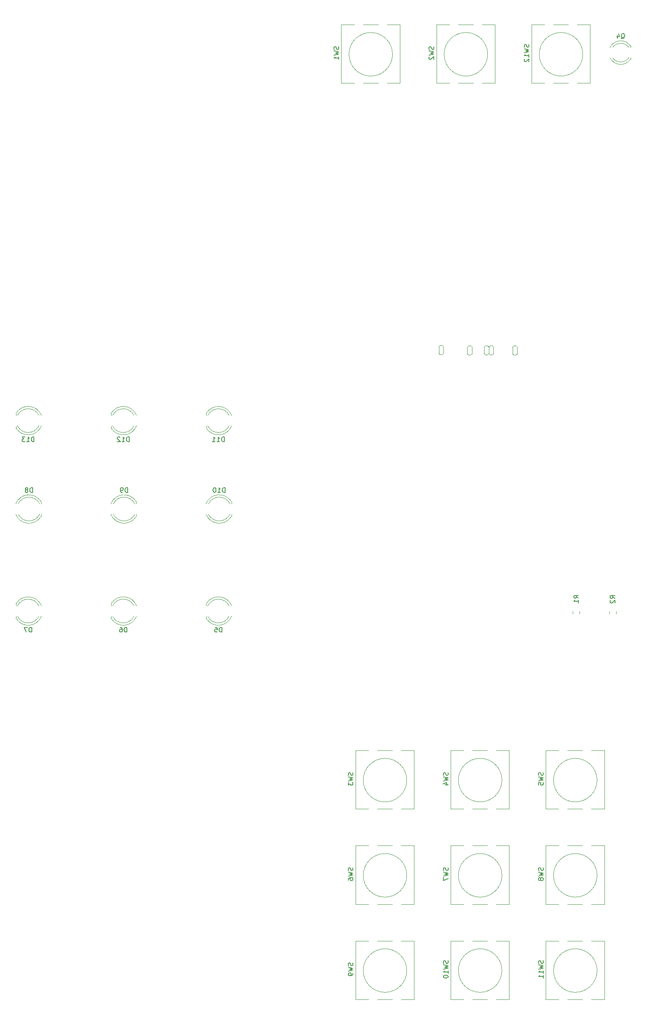
<source format=gbr>
%TF.GenerationSoftware,KiCad,Pcbnew,7.0.2*%
%TF.CreationDate,2023-07-05T22:01:38+03:00*%
%TF.ProjectId,strange_games,73747261-6e67-4655-9f67-616d65732e6b,rev?*%
%TF.SameCoordinates,Original*%
%TF.FileFunction,Legend,Bot*%
%TF.FilePolarity,Positive*%
%FSLAX46Y46*%
G04 Gerber Fmt 4.6, Leading zero omitted, Abs format (unit mm)*
G04 Created by KiCad (PCBNEW 7.0.2) date 2023-07-05 22:01:38*
%MOMM*%
%LPD*%
G01*
G04 APERTURE LIST*
%ADD10C,0.150000*%
%ADD11C,0.120000*%
G04 APERTURE END LIST*
D10*
%TO.C,SW1*%
X134601000Y-56286667D02*
X134648619Y-56429524D01*
X134648619Y-56429524D02*
X134648619Y-56667619D01*
X134648619Y-56667619D02*
X134601000Y-56762857D01*
X134601000Y-56762857D02*
X134553380Y-56810476D01*
X134553380Y-56810476D02*
X134458142Y-56858095D01*
X134458142Y-56858095D02*
X134362904Y-56858095D01*
X134362904Y-56858095D02*
X134267666Y-56810476D01*
X134267666Y-56810476D02*
X134220047Y-56762857D01*
X134220047Y-56762857D02*
X134172428Y-56667619D01*
X134172428Y-56667619D02*
X134124809Y-56477143D01*
X134124809Y-56477143D02*
X134077190Y-56381905D01*
X134077190Y-56381905D02*
X134029571Y-56334286D01*
X134029571Y-56334286D02*
X133934333Y-56286667D01*
X133934333Y-56286667D02*
X133839095Y-56286667D01*
X133839095Y-56286667D02*
X133743857Y-56334286D01*
X133743857Y-56334286D02*
X133696238Y-56381905D01*
X133696238Y-56381905D02*
X133648619Y-56477143D01*
X133648619Y-56477143D02*
X133648619Y-56715238D01*
X133648619Y-56715238D02*
X133696238Y-56858095D01*
X133648619Y-57191429D02*
X134648619Y-57429524D01*
X134648619Y-57429524D02*
X133934333Y-57620000D01*
X133934333Y-57620000D02*
X134648619Y-57810476D01*
X134648619Y-57810476D02*
X133648619Y-58048572D01*
X134648619Y-58953333D02*
X134648619Y-58381905D01*
X134648619Y-58667619D02*
X133648619Y-58667619D01*
X133648619Y-58667619D02*
X133791476Y-58572381D01*
X133791476Y-58572381D02*
X133886714Y-58477143D01*
X133886714Y-58477143D02*
X133934333Y-58381905D01*
%TO.C,SW12*%
X174601000Y-55810476D02*
X174648619Y-55953333D01*
X174648619Y-55953333D02*
X174648619Y-56191428D01*
X174648619Y-56191428D02*
X174601000Y-56286666D01*
X174601000Y-56286666D02*
X174553380Y-56334285D01*
X174553380Y-56334285D02*
X174458142Y-56381904D01*
X174458142Y-56381904D02*
X174362904Y-56381904D01*
X174362904Y-56381904D02*
X174267666Y-56334285D01*
X174267666Y-56334285D02*
X174220047Y-56286666D01*
X174220047Y-56286666D02*
X174172428Y-56191428D01*
X174172428Y-56191428D02*
X174124809Y-56000952D01*
X174124809Y-56000952D02*
X174077190Y-55905714D01*
X174077190Y-55905714D02*
X174029571Y-55858095D01*
X174029571Y-55858095D02*
X173934333Y-55810476D01*
X173934333Y-55810476D02*
X173839095Y-55810476D01*
X173839095Y-55810476D02*
X173743857Y-55858095D01*
X173743857Y-55858095D02*
X173696238Y-55905714D01*
X173696238Y-55905714D02*
X173648619Y-56000952D01*
X173648619Y-56000952D02*
X173648619Y-56239047D01*
X173648619Y-56239047D02*
X173696238Y-56381904D01*
X173648619Y-56715238D02*
X174648619Y-56953333D01*
X174648619Y-56953333D02*
X173934333Y-57143809D01*
X173934333Y-57143809D02*
X174648619Y-57334285D01*
X174648619Y-57334285D02*
X173648619Y-57572381D01*
X174648619Y-58477142D02*
X174648619Y-57905714D01*
X174648619Y-58191428D02*
X173648619Y-58191428D01*
X173648619Y-58191428D02*
X173791476Y-58096190D01*
X173791476Y-58096190D02*
X173886714Y-58000952D01*
X173886714Y-58000952D02*
X173934333Y-57905714D01*
X173743857Y-58858095D02*
X173696238Y-58905714D01*
X173696238Y-58905714D02*
X173648619Y-59000952D01*
X173648619Y-59000952D02*
X173648619Y-59239047D01*
X173648619Y-59239047D02*
X173696238Y-59334285D01*
X173696238Y-59334285D02*
X173743857Y-59381904D01*
X173743857Y-59381904D02*
X173839095Y-59429523D01*
X173839095Y-59429523D02*
X173934333Y-59429523D01*
X173934333Y-59429523D02*
X174077190Y-59381904D01*
X174077190Y-59381904D02*
X174648619Y-58810476D01*
X174648619Y-58810476D02*
X174648619Y-59429523D01*
%TO.C,SW2*%
X154601000Y-56286667D02*
X154648619Y-56429524D01*
X154648619Y-56429524D02*
X154648619Y-56667619D01*
X154648619Y-56667619D02*
X154601000Y-56762857D01*
X154601000Y-56762857D02*
X154553380Y-56810476D01*
X154553380Y-56810476D02*
X154458142Y-56858095D01*
X154458142Y-56858095D02*
X154362904Y-56858095D01*
X154362904Y-56858095D02*
X154267666Y-56810476D01*
X154267666Y-56810476D02*
X154220047Y-56762857D01*
X154220047Y-56762857D02*
X154172428Y-56667619D01*
X154172428Y-56667619D02*
X154124809Y-56477143D01*
X154124809Y-56477143D02*
X154077190Y-56381905D01*
X154077190Y-56381905D02*
X154029571Y-56334286D01*
X154029571Y-56334286D02*
X153934333Y-56286667D01*
X153934333Y-56286667D02*
X153839095Y-56286667D01*
X153839095Y-56286667D02*
X153743857Y-56334286D01*
X153743857Y-56334286D02*
X153696238Y-56381905D01*
X153696238Y-56381905D02*
X153648619Y-56477143D01*
X153648619Y-56477143D02*
X153648619Y-56715238D01*
X153648619Y-56715238D02*
X153696238Y-56858095D01*
X153648619Y-57191429D02*
X154648619Y-57429524D01*
X154648619Y-57429524D02*
X153934333Y-57620000D01*
X153934333Y-57620000D02*
X154648619Y-57810476D01*
X154648619Y-57810476D02*
X153648619Y-58048572D01*
X153743857Y-58381905D02*
X153696238Y-58429524D01*
X153696238Y-58429524D02*
X153648619Y-58524762D01*
X153648619Y-58524762D02*
X153648619Y-58762857D01*
X153648619Y-58762857D02*
X153696238Y-58858095D01*
X153696238Y-58858095D02*
X153743857Y-58905714D01*
X153743857Y-58905714D02*
X153839095Y-58953333D01*
X153839095Y-58953333D02*
X153934333Y-58953333D01*
X153934333Y-58953333D02*
X154077190Y-58905714D01*
X154077190Y-58905714D02*
X154648619Y-58334286D01*
X154648619Y-58334286D02*
X154648619Y-58953333D01*
%TO.C,D11*%
X110584285Y-139282219D02*
X110584285Y-138282219D01*
X110584285Y-138282219D02*
X110346190Y-138282219D01*
X110346190Y-138282219D02*
X110203333Y-138329838D01*
X110203333Y-138329838D02*
X110108095Y-138425076D01*
X110108095Y-138425076D02*
X110060476Y-138520314D01*
X110060476Y-138520314D02*
X110012857Y-138710790D01*
X110012857Y-138710790D02*
X110012857Y-138853647D01*
X110012857Y-138853647D02*
X110060476Y-139044123D01*
X110060476Y-139044123D02*
X110108095Y-139139361D01*
X110108095Y-139139361D02*
X110203333Y-139234600D01*
X110203333Y-139234600D02*
X110346190Y-139282219D01*
X110346190Y-139282219D02*
X110584285Y-139282219D01*
X109060476Y-139282219D02*
X109631904Y-139282219D01*
X109346190Y-139282219D02*
X109346190Y-138282219D01*
X109346190Y-138282219D02*
X109441428Y-138425076D01*
X109441428Y-138425076D02*
X109536666Y-138520314D01*
X109536666Y-138520314D02*
X109631904Y-138567933D01*
X108108095Y-139282219D02*
X108679523Y-139282219D01*
X108393809Y-139282219D02*
X108393809Y-138282219D01*
X108393809Y-138282219D02*
X108489047Y-138425076D01*
X108489047Y-138425076D02*
X108584285Y-138520314D01*
X108584285Y-138520314D02*
X108679523Y-138567933D01*
%TO.C,Q4*%
X194031284Y-54637857D02*
X194126522Y-54590238D01*
X194126522Y-54590238D02*
X194221760Y-54495000D01*
X194221760Y-54495000D02*
X194364617Y-54352142D01*
X194364617Y-54352142D02*
X194459855Y-54304523D01*
X194459855Y-54304523D02*
X194555093Y-54304523D01*
X194507474Y-54542619D02*
X194602712Y-54495000D01*
X194602712Y-54495000D02*
X194697950Y-54399761D01*
X194697950Y-54399761D02*
X194745569Y-54209285D01*
X194745569Y-54209285D02*
X194745569Y-53875952D01*
X194745569Y-53875952D02*
X194697950Y-53685476D01*
X194697950Y-53685476D02*
X194602712Y-53590238D01*
X194602712Y-53590238D02*
X194507474Y-53542619D01*
X194507474Y-53542619D02*
X194316998Y-53542619D01*
X194316998Y-53542619D02*
X194221760Y-53590238D01*
X194221760Y-53590238D02*
X194126522Y-53685476D01*
X194126522Y-53685476D02*
X194078903Y-53875952D01*
X194078903Y-53875952D02*
X194078903Y-54209285D01*
X194078903Y-54209285D02*
X194126522Y-54399761D01*
X194126522Y-54399761D02*
X194221760Y-54495000D01*
X194221760Y-54495000D02*
X194316998Y-54542619D01*
X194316998Y-54542619D02*
X194507474Y-54542619D01*
X193221760Y-53875952D02*
X193221760Y-54542619D01*
X193459855Y-53495000D02*
X193697950Y-54209285D01*
X193697950Y-54209285D02*
X193078903Y-54209285D01*
%TO.C,D8*%
X70268094Y-149932219D02*
X70268094Y-148932219D01*
X70268094Y-148932219D02*
X70029999Y-148932219D01*
X70029999Y-148932219D02*
X69887142Y-148979838D01*
X69887142Y-148979838D02*
X69791904Y-149075076D01*
X69791904Y-149075076D02*
X69744285Y-149170314D01*
X69744285Y-149170314D02*
X69696666Y-149360790D01*
X69696666Y-149360790D02*
X69696666Y-149503647D01*
X69696666Y-149503647D02*
X69744285Y-149694123D01*
X69744285Y-149694123D02*
X69791904Y-149789361D01*
X69791904Y-149789361D02*
X69887142Y-149884600D01*
X69887142Y-149884600D02*
X70029999Y-149932219D01*
X70029999Y-149932219D02*
X70268094Y-149932219D01*
X69125237Y-149360790D02*
X69220475Y-149313171D01*
X69220475Y-149313171D02*
X69268094Y-149265552D01*
X69268094Y-149265552D02*
X69315713Y-149170314D01*
X69315713Y-149170314D02*
X69315713Y-149122695D01*
X69315713Y-149122695D02*
X69268094Y-149027457D01*
X69268094Y-149027457D02*
X69220475Y-148979838D01*
X69220475Y-148979838D02*
X69125237Y-148932219D01*
X69125237Y-148932219D02*
X68934761Y-148932219D01*
X68934761Y-148932219D02*
X68839523Y-148979838D01*
X68839523Y-148979838D02*
X68791904Y-149027457D01*
X68791904Y-149027457D02*
X68744285Y-149122695D01*
X68744285Y-149122695D02*
X68744285Y-149170314D01*
X68744285Y-149170314D02*
X68791904Y-149265552D01*
X68791904Y-149265552D02*
X68839523Y-149313171D01*
X68839523Y-149313171D02*
X68934761Y-149360790D01*
X68934761Y-149360790D02*
X69125237Y-149360790D01*
X69125237Y-149360790D02*
X69220475Y-149408409D01*
X69220475Y-149408409D02*
X69268094Y-149456028D01*
X69268094Y-149456028D02*
X69315713Y-149551266D01*
X69315713Y-149551266D02*
X69315713Y-149741742D01*
X69315713Y-149741742D02*
X69268094Y-149836980D01*
X69268094Y-149836980D02*
X69220475Y-149884600D01*
X69220475Y-149884600D02*
X69125237Y-149932219D01*
X69125237Y-149932219D02*
X68934761Y-149932219D01*
X68934761Y-149932219D02*
X68839523Y-149884600D01*
X68839523Y-149884600D02*
X68791904Y-149836980D01*
X68791904Y-149836980D02*
X68744285Y-149741742D01*
X68744285Y-149741742D02*
X68744285Y-149551266D01*
X68744285Y-149551266D02*
X68791904Y-149456028D01*
X68791904Y-149456028D02*
X68839523Y-149408409D01*
X68839523Y-149408409D02*
X68934761Y-149360790D01*
%TO.C,D5*%
X110108094Y-179282219D02*
X110108094Y-178282219D01*
X110108094Y-178282219D02*
X109869999Y-178282219D01*
X109869999Y-178282219D02*
X109727142Y-178329838D01*
X109727142Y-178329838D02*
X109631904Y-178425076D01*
X109631904Y-178425076D02*
X109584285Y-178520314D01*
X109584285Y-178520314D02*
X109536666Y-178710790D01*
X109536666Y-178710790D02*
X109536666Y-178853647D01*
X109536666Y-178853647D02*
X109584285Y-179044123D01*
X109584285Y-179044123D02*
X109631904Y-179139361D01*
X109631904Y-179139361D02*
X109727142Y-179234600D01*
X109727142Y-179234600D02*
X109869999Y-179282219D01*
X109869999Y-179282219D02*
X110108094Y-179282219D01*
X108631904Y-178282219D02*
X109108094Y-178282219D01*
X109108094Y-178282219D02*
X109155713Y-178758409D01*
X109155713Y-178758409D02*
X109108094Y-178710790D01*
X109108094Y-178710790D02*
X109012856Y-178663171D01*
X109012856Y-178663171D02*
X108774761Y-178663171D01*
X108774761Y-178663171D02*
X108679523Y-178710790D01*
X108679523Y-178710790D02*
X108631904Y-178758409D01*
X108631904Y-178758409D02*
X108584285Y-178853647D01*
X108584285Y-178853647D02*
X108584285Y-179091742D01*
X108584285Y-179091742D02*
X108631904Y-179186980D01*
X108631904Y-179186980D02*
X108679523Y-179234600D01*
X108679523Y-179234600D02*
X108774761Y-179282219D01*
X108774761Y-179282219D02*
X109012856Y-179282219D01*
X109012856Y-179282219D02*
X109108094Y-179234600D01*
X109108094Y-179234600D02*
X109155713Y-179186980D01*
%TO.C,SW5*%
X177601000Y-208786667D02*
X177648619Y-208929524D01*
X177648619Y-208929524D02*
X177648619Y-209167619D01*
X177648619Y-209167619D02*
X177601000Y-209262857D01*
X177601000Y-209262857D02*
X177553380Y-209310476D01*
X177553380Y-209310476D02*
X177458142Y-209358095D01*
X177458142Y-209358095D02*
X177362904Y-209358095D01*
X177362904Y-209358095D02*
X177267666Y-209310476D01*
X177267666Y-209310476D02*
X177220047Y-209262857D01*
X177220047Y-209262857D02*
X177172428Y-209167619D01*
X177172428Y-209167619D02*
X177124809Y-208977143D01*
X177124809Y-208977143D02*
X177077190Y-208881905D01*
X177077190Y-208881905D02*
X177029571Y-208834286D01*
X177029571Y-208834286D02*
X176934333Y-208786667D01*
X176934333Y-208786667D02*
X176839095Y-208786667D01*
X176839095Y-208786667D02*
X176743857Y-208834286D01*
X176743857Y-208834286D02*
X176696238Y-208881905D01*
X176696238Y-208881905D02*
X176648619Y-208977143D01*
X176648619Y-208977143D02*
X176648619Y-209215238D01*
X176648619Y-209215238D02*
X176696238Y-209358095D01*
X176648619Y-209691429D02*
X177648619Y-209929524D01*
X177648619Y-209929524D02*
X176934333Y-210120000D01*
X176934333Y-210120000D02*
X177648619Y-210310476D01*
X177648619Y-210310476D02*
X176648619Y-210548572D01*
X176648619Y-211405714D02*
X176648619Y-210929524D01*
X176648619Y-210929524D02*
X177124809Y-210881905D01*
X177124809Y-210881905D02*
X177077190Y-210929524D01*
X177077190Y-210929524D02*
X177029571Y-211024762D01*
X177029571Y-211024762D02*
X177029571Y-211262857D01*
X177029571Y-211262857D02*
X177077190Y-211358095D01*
X177077190Y-211358095D02*
X177124809Y-211405714D01*
X177124809Y-211405714D02*
X177220047Y-211453333D01*
X177220047Y-211453333D02*
X177458142Y-211453333D01*
X177458142Y-211453333D02*
X177553380Y-211405714D01*
X177553380Y-211405714D02*
X177601000Y-211358095D01*
X177601000Y-211358095D02*
X177648619Y-211262857D01*
X177648619Y-211262857D02*
X177648619Y-211024762D01*
X177648619Y-211024762D02*
X177601000Y-210929524D01*
X177601000Y-210929524D02*
X177553380Y-210881905D01*
%TO.C,D9*%
X90268094Y-149932219D02*
X90268094Y-148932219D01*
X90268094Y-148932219D02*
X90029999Y-148932219D01*
X90029999Y-148932219D02*
X89887142Y-148979838D01*
X89887142Y-148979838D02*
X89791904Y-149075076D01*
X89791904Y-149075076D02*
X89744285Y-149170314D01*
X89744285Y-149170314D02*
X89696666Y-149360790D01*
X89696666Y-149360790D02*
X89696666Y-149503647D01*
X89696666Y-149503647D02*
X89744285Y-149694123D01*
X89744285Y-149694123D02*
X89791904Y-149789361D01*
X89791904Y-149789361D02*
X89887142Y-149884600D01*
X89887142Y-149884600D02*
X90029999Y-149932219D01*
X90029999Y-149932219D02*
X90268094Y-149932219D01*
X89220475Y-149932219D02*
X89029999Y-149932219D01*
X89029999Y-149932219D02*
X88934761Y-149884600D01*
X88934761Y-149884600D02*
X88887142Y-149836980D01*
X88887142Y-149836980D02*
X88791904Y-149694123D01*
X88791904Y-149694123D02*
X88744285Y-149503647D01*
X88744285Y-149503647D02*
X88744285Y-149122695D01*
X88744285Y-149122695D02*
X88791904Y-149027457D01*
X88791904Y-149027457D02*
X88839523Y-148979838D01*
X88839523Y-148979838D02*
X88934761Y-148932219D01*
X88934761Y-148932219D02*
X89125237Y-148932219D01*
X89125237Y-148932219D02*
X89220475Y-148979838D01*
X89220475Y-148979838D02*
X89268094Y-149027457D01*
X89268094Y-149027457D02*
X89315713Y-149122695D01*
X89315713Y-149122695D02*
X89315713Y-149360790D01*
X89315713Y-149360790D02*
X89268094Y-149456028D01*
X89268094Y-149456028D02*
X89220475Y-149503647D01*
X89220475Y-149503647D02*
X89125237Y-149551266D01*
X89125237Y-149551266D02*
X88934761Y-149551266D01*
X88934761Y-149551266D02*
X88839523Y-149503647D01*
X88839523Y-149503647D02*
X88791904Y-149456028D01*
X88791904Y-149456028D02*
X88744285Y-149360790D01*
%TO.C,D10*%
X110744285Y-149932219D02*
X110744285Y-148932219D01*
X110744285Y-148932219D02*
X110506190Y-148932219D01*
X110506190Y-148932219D02*
X110363333Y-148979838D01*
X110363333Y-148979838D02*
X110268095Y-149075076D01*
X110268095Y-149075076D02*
X110220476Y-149170314D01*
X110220476Y-149170314D02*
X110172857Y-149360790D01*
X110172857Y-149360790D02*
X110172857Y-149503647D01*
X110172857Y-149503647D02*
X110220476Y-149694123D01*
X110220476Y-149694123D02*
X110268095Y-149789361D01*
X110268095Y-149789361D02*
X110363333Y-149884600D01*
X110363333Y-149884600D02*
X110506190Y-149932219D01*
X110506190Y-149932219D02*
X110744285Y-149932219D01*
X109220476Y-149932219D02*
X109791904Y-149932219D01*
X109506190Y-149932219D02*
X109506190Y-148932219D01*
X109506190Y-148932219D02*
X109601428Y-149075076D01*
X109601428Y-149075076D02*
X109696666Y-149170314D01*
X109696666Y-149170314D02*
X109791904Y-149217933D01*
X108601428Y-148932219D02*
X108506190Y-148932219D01*
X108506190Y-148932219D02*
X108410952Y-148979838D01*
X108410952Y-148979838D02*
X108363333Y-149027457D01*
X108363333Y-149027457D02*
X108315714Y-149122695D01*
X108315714Y-149122695D02*
X108268095Y-149313171D01*
X108268095Y-149313171D02*
X108268095Y-149551266D01*
X108268095Y-149551266D02*
X108315714Y-149741742D01*
X108315714Y-149741742D02*
X108363333Y-149836980D01*
X108363333Y-149836980D02*
X108410952Y-149884600D01*
X108410952Y-149884600D02*
X108506190Y-149932219D01*
X108506190Y-149932219D02*
X108601428Y-149932219D01*
X108601428Y-149932219D02*
X108696666Y-149884600D01*
X108696666Y-149884600D02*
X108744285Y-149836980D01*
X108744285Y-149836980D02*
X108791904Y-149741742D01*
X108791904Y-149741742D02*
X108839523Y-149551266D01*
X108839523Y-149551266D02*
X108839523Y-149313171D01*
X108839523Y-149313171D02*
X108791904Y-149122695D01*
X108791904Y-149122695D02*
X108744285Y-149027457D01*
X108744285Y-149027457D02*
X108696666Y-148979838D01*
X108696666Y-148979838D02*
X108601428Y-148932219D01*
%TO.C,R2*%
X192706642Y-172201370D02*
X192230451Y-171868037D01*
X192706642Y-171629942D02*
X191706642Y-171629942D01*
X191706642Y-171629942D02*
X191706642Y-172010894D01*
X191706642Y-172010894D02*
X191754261Y-172106132D01*
X191754261Y-172106132D02*
X191801880Y-172153751D01*
X191801880Y-172153751D02*
X191897118Y-172201370D01*
X191897118Y-172201370D02*
X192039975Y-172201370D01*
X192039975Y-172201370D02*
X192135213Y-172153751D01*
X192135213Y-172153751D02*
X192182832Y-172106132D01*
X192182832Y-172106132D02*
X192230451Y-172010894D01*
X192230451Y-172010894D02*
X192230451Y-171629942D01*
X191801880Y-172582323D02*
X191754261Y-172629942D01*
X191754261Y-172629942D02*
X191706642Y-172725180D01*
X191706642Y-172725180D02*
X191706642Y-172963275D01*
X191706642Y-172963275D02*
X191754261Y-173058513D01*
X191754261Y-173058513D02*
X191801880Y-173106132D01*
X191801880Y-173106132D02*
X191897118Y-173153751D01*
X191897118Y-173153751D02*
X191992356Y-173153751D01*
X191992356Y-173153751D02*
X192135213Y-173106132D01*
X192135213Y-173106132D02*
X192706642Y-172534704D01*
X192706642Y-172534704D02*
X192706642Y-173153751D01*
%TO.C,SW9*%
X137601000Y-248786667D02*
X137648619Y-248929524D01*
X137648619Y-248929524D02*
X137648619Y-249167619D01*
X137648619Y-249167619D02*
X137601000Y-249262857D01*
X137601000Y-249262857D02*
X137553380Y-249310476D01*
X137553380Y-249310476D02*
X137458142Y-249358095D01*
X137458142Y-249358095D02*
X137362904Y-249358095D01*
X137362904Y-249358095D02*
X137267666Y-249310476D01*
X137267666Y-249310476D02*
X137220047Y-249262857D01*
X137220047Y-249262857D02*
X137172428Y-249167619D01*
X137172428Y-249167619D02*
X137124809Y-248977143D01*
X137124809Y-248977143D02*
X137077190Y-248881905D01*
X137077190Y-248881905D02*
X137029571Y-248834286D01*
X137029571Y-248834286D02*
X136934333Y-248786667D01*
X136934333Y-248786667D02*
X136839095Y-248786667D01*
X136839095Y-248786667D02*
X136743857Y-248834286D01*
X136743857Y-248834286D02*
X136696238Y-248881905D01*
X136696238Y-248881905D02*
X136648619Y-248977143D01*
X136648619Y-248977143D02*
X136648619Y-249215238D01*
X136648619Y-249215238D02*
X136696238Y-249358095D01*
X136648619Y-249691429D02*
X137648619Y-249929524D01*
X137648619Y-249929524D02*
X136934333Y-250120000D01*
X136934333Y-250120000D02*
X137648619Y-250310476D01*
X137648619Y-250310476D02*
X136648619Y-250548572D01*
X137648619Y-250977143D02*
X137648619Y-251167619D01*
X137648619Y-251167619D02*
X137601000Y-251262857D01*
X137601000Y-251262857D02*
X137553380Y-251310476D01*
X137553380Y-251310476D02*
X137410523Y-251405714D01*
X137410523Y-251405714D02*
X137220047Y-251453333D01*
X137220047Y-251453333D02*
X136839095Y-251453333D01*
X136839095Y-251453333D02*
X136743857Y-251405714D01*
X136743857Y-251405714D02*
X136696238Y-251358095D01*
X136696238Y-251358095D02*
X136648619Y-251262857D01*
X136648619Y-251262857D02*
X136648619Y-251072381D01*
X136648619Y-251072381D02*
X136696238Y-250977143D01*
X136696238Y-250977143D02*
X136743857Y-250929524D01*
X136743857Y-250929524D02*
X136839095Y-250881905D01*
X136839095Y-250881905D02*
X137077190Y-250881905D01*
X137077190Y-250881905D02*
X137172428Y-250929524D01*
X137172428Y-250929524D02*
X137220047Y-250977143D01*
X137220047Y-250977143D02*
X137267666Y-251072381D01*
X137267666Y-251072381D02*
X137267666Y-251262857D01*
X137267666Y-251262857D02*
X137220047Y-251358095D01*
X137220047Y-251358095D02*
X137172428Y-251405714D01*
X137172428Y-251405714D02*
X137077190Y-251453333D01*
%TO.C,SW7*%
X157601000Y-228786667D02*
X157648619Y-228929524D01*
X157648619Y-228929524D02*
X157648619Y-229167619D01*
X157648619Y-229167619D02*
X157601000Y-229262857D01*
X157601000Y-229262857D02*
X157553380Y-229310476D01*
X157553380Y-229310476D02*
X157458142Y-229358095D01*
X157458142Y-229358095D02*
X157362904Y-229358095D01*
X157362904Y-229358095D02*
X157267666Y-229310476D01*
X157267666Y-229310476D02*
X157220047Y-229262857D01*
X157220047Y-229262857D02*
X157172428Y-229167619D01*
X157172428Y-229167619D02*
X157124809Y-228977143D01*
X157124809Y-228977143D02*
X157077190Y-228881905D01*
X157077190Y-228881905D02*
X157029571Y-228834286D01*
X157029571Y-228834286D02*
X156934333Y-228786667D01*
X156934333Y-228786667D02*
X156839095Y-228786667D01*
X156839095Y-228786667D02*
X156743857Y-228834286D01*
X156743857Y-228834286D02*
X156696238Y-228881905D01*
X156696238Y-228881905D02*
X156648619Y-228977143D01*
X156648619Y-228977143D02*
X156648619Y-229215238D01*
X156648619Y-229215238D02*
X156696238Y-229358095D01*
X156648619Y-229691429D02*
X157648619Y-229929524D01*
X157648619Y-229929524D02*
X156934333Y-230120000D01*
X156934333Y-230120000D02*
X157648619Y-230310476D01*
X157648619Y-230310476D02*
X156648619Y-230548572D01*
X156648619Y-230834286D02*
X156648619Y-231500952D01*
X156648619Y-231500952D02*
X157648619Y-231072381D01*
%TO.C,SW3*%
X137601000Y-208786667D02*
X137648619Y-208929524D01*
X137648619Y-208929524D02*
X137648619Y-209167619D01*
X137648619Y-209167619D02*
X137601000Y-209262857D01*
X137601000Y-209262857D02*
X137553380Y-209310476D01*
X137553380Y-209310476D02*
X137458142Y-209358095D01*
X137458142Y-209358095D02*
X137362904Y-209358095D01*
X137362904Y-209358095D02*
X137267666Y-209310476D01*
X137267666Y-209310476D02*
X137220047Y-209262857D01*
X137220047Y-209262857D02*
X137172428Y-209167619D01*
X137172428Y-209167619D02*
X137124809Y-208977143D01*
X137124809Y-208977143D02*
X137077190Y-208881905D01*
X137077190Y-208881905D02*
X137029571Y-208834286D01*
X137029571Y-208834286D02*
X136934333Y-208786667D01*
X136934333Y-208786667D02*
X136839095Y-208786667D01*
X136839095Y-208786667D02*
X136743857Y-208834286D01*
X136743857Y-208834286D02*
X136696238Y-208881905D01*
X136696238Y-208881905D02*
X136648619Y-208977143D01*
X136648619Y-208977143D02*
X136648619Y-209215238D01*
X136648619Y-209215238D02*
X136696238Y-209358095D01*
X136648619Y-209691429D02*
X137648619Y-209929524D01*
X137648619Y-209929524D02*
X136934333Y-210120000D01*
X136934333Y-210120000D02*
X137648619Y-210310476D01*
X137648619Y-210310476D02*
X136648619Y-210548572D01*
X136648619Y-210834286D02*
X136648619Y-211453333D01*
X136648619Y-211453333D02*
X137029571Y-211120000D01*
X137029571Y-211120000D02*
X137029571Y-211262857D01*
X137029571Y-211262857D02*
X137077190Y-211358095D01*
X137077190Y-211358095D02*
X137124809Y-211405714D01*
X137124809Y-211405714D02*
X137220047Y-211453333D01*
X137220047Y-211453333D02*
X137458142Y-211453333D01*
X137458142Y-211453333D02*
X137553380Y-211405714D01*
X137553380Y-211405714D02*
X137601000Y-211358095D01*
X137601000Y-211358095D02*
X137648619Y-211262857D01*
X137648619Y-211262857D02*
X137648619Y-210977143D01*
X137648619Y-210977143D02*
X137601000Y-210881905D01*
X137601000Y-210881905D02*
X137553380Y-210834286D01*
%TO.C,SW8*%
X177601000Y-228786667D02*
X177648619Y-228929524D01*
X177648619Y-228929524D02*
X177648619Y-229167619D01*
X177648619Y-229167619D02*
X177601000Y-229262857D01*
X177601000Y-229262857D02*
X177553380Y-229310476D01*
X177553380Y-229310476D02*
X177458142Y-229358095D01*
X177458142Y-229358095D02*
X177362904Y-229358095D01*
X177362904Y-229358095D02*
X177267666Y-229310476D01*
X177267666Y-229310476D02*
X177220047Y-229262857D01*
X177220047Y-229262857D02*
X177172428Y-229167619D01*
X177172428Y-229167619D02*
X177124809Y-228977143D01*
X177124809Y-228977143D02*
X177077190Y-228881905D01*
X177077190Y-228881905D02*
X177029571Y-228834286D01*
X177029571Y-228834286D02*
X176934333Y-228786667D01*
X176934333Y-228786667D02*
X176839095Y-228786667D01*
X176839095Y-228786667D02*
X176743857Y-228834286D01*
X176743857Y-228834286D02*
X176696238Y-228881905D01*
X176696238Y-228881905D02*
X176648619Y-228977143D01*
X176648619Y-228977143D02*
X176648619Y-229215238D01*
X176648619Y-229215238D02*
X176696238Y-229358095D01*
X176648619Y-229691429D02*
X177648619Y-229929524D01*
X177648619Y-229929524D02*
X176934333Y-230120000D01*
X176934333Y-230120000D02*
X177648619Y-230310476D01*
X177648619Y-230310476D02*
X176648619Y-230548572D01*
X177077190Y-231072381D02*
X177029571Y-230977143D01*
X177029571Y-230977143D02*
X176981952Y-230929524D01*
X176981952Y-230929524D02*
X176886714Y-230881905D01*
X176886714Y-230881905D02*
X176839095Y-230881905D01*
X176839095Y-230881905D02*
X176743857Y-230929524D01*
X176743857Y-230929524D02*
X176696238Y-230977143D01*
X176696238Y-230977143D02*
X176648619Y-231072381D01*
X176648619Y-231072381D02*
X176648619Y-231262857D01*
X176648619Y-231262857D02*
X176696238Y-231358095D01*
X176696238Y-231358095D02*
X176743857Y-231405714D01*
X176743857Y-231405714D02*
X176839095Y-231453333D01*
X176839095Y-231453333D02*
X176886714Y-231453333D01*
X176886714Y-231453333D02*
X176981952Y-231405714D01*
X176981952Y-231405714D02*
X177029571Y-231358095D01*
X177029571Y-231358095D02*
X177077190Y-231262857D01*
X177077190Y-231262857D02*
X177077190Y-231072381D01*
X177077190Y-231072381D02*
X177124809Y-230977143D01*
X177124809Y-230977143D02*
X177172428Y-230929524D01*
X177172428Y-230929524D02*
X177267666Y-230881905D01*
X177267666Y-230881905D02*
X177458142Y-230881905D01*
X177458142Y-230881905D02*
X177553380Y-230929524D01*
X177553380Y-230929524D02*
X177601000Y-230977143D01*
X177601000Y-230977143D02*
X177648619Y-231072381D01*
X177648619Y-231072381D02*
X177648619Y-231262857D01*
X177648619Y-231262857D02*
X177601000Y-231358095D01*
X177601000Y-231358095D02*
X177553380Y-231405714D01*
X177553380Y-231405714D02*
X177458142Y-231453333D01*
X177458142Y-231453333D02*
X177267666Y-231453333D01*
X177267666Y-231453333D02*
X177172428Y-231405714D01*
X177172428Y-231405714D02*
X177124809Y-231358095D01*
X177124809Y-231358095D02*
X177077190Y-231262857D01*
%TO.C,R1*%
X185056642Y-172172870D02*
X184580451Y-171839537D01*
X185056642Y-171601442D02*
X184056642Y-171601442D01*
X184056642Y-171601442D02*
X184056642Y-171982394D01*
X184056642Y-171982394D02*
X184104261Y-172077632D01*
X184104261Y-172077632D02*
X184151880Y-172125251D01*
X184151880Y-172125251D02*
X184247118Y-172172870D01*
X184247118Y-172172870D02*
X184389975Y-172172870D01*
X184389975Y-172172870D02*
X184485213Y-172125251D01*
X184485213Y-172125251D02*
X184532832Y-172077632D01*
X184532832Y-172077632D02*
X184580451Y-171982394D01*
X184580451Y-171982394D02*
X184580451Y-171601442D01*
X185056642Y-173125251D02*
X185056642Y-172553823D01*
X185056642Y-172839537D02*
X184056642Y-172839537D01*
X184056642Y-172839537D02*
X184199499Y-172744299D01*
X184199499Y-172744299D02*
X184294737Y-172649061D01*
X184294737Y-172649061D02*
X184342356Y-172553823D01*
%TO.C,D7*%
X70108094Y-179282219D02*
X70108094Y-178282219D01*
X70108094Y-178282219D02*
X69869999Y-178282219D01*
X69869999Y-178282219D02*
X69727142Y-178329838D01*
X69727142Y-178329838D02*
X69631904Y-178425076D01*
X69631904Y-178425076D02*
X69584285Y-178520314D01*
X69584285Y-178520314D02*
X69536666Y-178710790D01*
X69536666Y-178710790D02*
X69536666Y-178853647D01*
X69536666Y-178853647D02*
X69584285Y-179044123D01*
X69584285Y-179044123D02*
X69631904Y-179139361D01*
X69631904Y-179139361D02*
X69727142Y-179234600D01*
X69727142Y-179234600D02*
X69869999Y-179282219D01*
X69869999Y-179282219D02*
X70108094Y-179282219D01*
X69203332Y-178282219D02*
X68536666Y-178282219D01*
X68536666Y-178282219D02*
X68965237Y-179282219D01*
%TO.C,D13*%
X70584285Y-139282219D02*
X70584285Y-138282219D01*
X70584285Y-138282219D02*
X70346190Y-138282219D01*
X70346190Y-138282219D02*
X70203333Y-138329838D01*
X70203333Y-138329838D02*
X70108095Y-138425076D01*
X70108095Y-138425076D02*
X70060476Y-138520314D01*
X70060476Y-138520314D02*
X70012857Y-138710790D01*
X70012857Y-138710790D02*
X70012857Y-138853647D01*
X70012857Y-138853647D02*
X70060476Y-139044123D01*
X70060476Y-139044123D02*
X70108095Y-139139361D01*
X70108095Y-139139361D02*
X70203333Y-139234600D01*
X70203333Y-139234600D02*
X70346190Y-139282219D01*
X70346190Y-139282219D02*
X70584285Y-139282219D01*
X69060476Y-139282219D02*
X69631904Y-139282219D01*
X69346190Y-139282219D02*
X69346190Y-138282219D01*
X69346190Y-138282219D02*
X69441428Y-138425076D01*
X69441428Y-138425076D02*
X69536666Y-138520314D01*
X69536666Y-138520314D02*
X69631904Y-138567933D01*
X68727142Y-138282219D02*
X68108095Y-138282219D01*
X68108095Y-138282219D02*
X68441428Y-138663171D01*
X68441428Y-138663171D02*
X68298571Y-138663171D01*
X68298571Y-138663171D02*
X68203333Y-138710790D01*
X68203333Y-138710790D02*
X68155714Y-138758409D01*
X68155714Y-138758409D02*
X68108095Y-138853647D01*
X68108095Y-138853647D02*
X68108095Y-139091742D01*
X68108095Y-139091742D02*
X68155714Y-139186980D01*
X68155714Y-139186980D02*
X68203333Y-139234600D01*
X68203333Y-139234600D02*
X68298571Y-139282219D01*
X68298571Y-139282219D02*
X68584285Y-139282219D01*
X68584285Y-139282219D02*
X68679523Y-139234600D01*
X68679523Y-139234600D02*
X68727142Y-139186980D01*
%TO.C,SW11*%
X177601000Y-248310476D02*
X177648619Y-248453333D01*
X177648619Y-248453333D02*
X177648619Y-248691428D01*
X177648619Y-248691428D02*
X177601000Y-248786666D01*
X177601000Y-248786666D02*
X177553380Y-248834285D01*
X177553380Y-248834285D02*
X177458142Y-248881904D01*
X177458142Y-248881904D02*
X177362904Y-248881904D01*
X177362904Y-248881904D02*
X177267666Y-248834285D01*
X177267666Y-248834285D02*
X177220047Y-248786666D01*
X177220047Y-248786666D02*
X177172428Y-248691428D01*
X177172428Y-248691428D02*
X177124809Y-248500952D01*
X177124809Y-248500952D02*
X177077190Y-248405714D01*
X177077190Y-248405714D02*
X177029571Y-248358095D01*
X177029571Y-248358095D02*
X176934333Y-248310476D01*
X176934333Y-248310476D02*
X176839095Y-248310476D01*
X176839095Y-248310476D02*
X176743857Y-248358095D01*
X176743857Y-248358095D02*
X176696238Y-248405714D01*
X176696238Y-248405714D02*
X176648619Y-248500952D01*
X176648619Y-248500952D02*
X176648619Y-248739047D01*
X176648619Y-248739047D02*
X176696238Y-248881904D01*
X176648619Y-249215238D02*
X177648619Y-249453333D01*
X177648619Y-249453333D02*
X176934333Y-249643809D01*
X176934333Y-249643809D02*
X177648619Y-249834285D01*
X177648619Y-249834285D02*
X176648619Y-250072381D01*
X177648619Y-250977142D02*
X177648619Y-250405714D01*
X177648619Y-250691428D02*
X176648619Y-250691428D01*
X176648619Y-250691428D02*
X176791476Y-250596190D01*
X176791476Y-250596190D02*
X176886714Y-250500952D01*
X176886714Y-250500952D02*
X176934333Y-250405714D01*
X177648619Y-251929523D02*
X177648619Y-251358095D01*
X177648619Y-251643809D02*
X176648619Y-251643809D01*
X176648619Y-251643809D02*
X176791476Y-251548571D01*
X176791476Y-251548571D02*
X176886714Y-251453333D01*
X176886714Y-251453333D02*
X176934333Y-251358095D01*
%TO.C,D6*%
X90108094Y-179282219D02*
X90108094Y-178282219D01*
X90108094Y-178282219D02*
X89869999Y-178282219D01*
X89869999Y-178282219D02*
X89727142Y-178329838D01*
X89727142Y-178329838D02*
X89631904Y-178425076D01*
X89631904Y-178425076D02*
X89584285Y-178520314D01*
X89584285Y-178520314D02*
X89536666Y-178710790D01*
X89536666Y-178710790D02*
X89536666Y-178853647D01*
X89536666Y-178853647D02*
X89584285Y-179044123D01*
X89584285Y-179044123D02*
X89631904Y-179139361D01*
X89631904Y-179139361D02*
X89727142Y-179234600D01*
X89727142Y-179234600D02*
X89869999Y-179282219D01*
X89869999Y-179282219D02*
X90108094Y-179282219D01*
X88679523Y-178282219D02*
X88869999Y-178282219D01*
X88869999Y-178282219D02*
X88965237Y-178329838D01*
X88965237Y-178329838D02*
X89012856Y-178377457D01*
X89012856Y-178377457D02*
X89108094Y-178520314D01*
X89108094Y-178520314D02*
X89155713Y-178710790D01*
X89155713Y-178710790D02*
X89155713Y-179091742D01*
X89155713Y-179091742D02*
X89108094Y-179186980D01*
X89108094Y-179186980D02*
X89060475Y-179234600D01*
X89060475Y-179234600D02*
X88965237Y-179282219D01*
X88965237Y-179282219D02*
X88774761Y-179282219D01*
X88774761Y-179282219D02*
X88679523Y-179234600D01*
X88679523Y-179234600D02*
X88631904Y-179186980D01*
X88631904Y-179186980D02*
X88584285Y-179091742D01*
X88584285Y-179091742D02*
X88584285Y-178853647D01*
X88584285Y-178853647D02*
X88631904Y-178758409D01*
X88631904Y-178758409D02*
X88679523Y-178710790D01*
X88679523Y-178710790D02*
X88774761Y-178663171D01*
X88774761Y-178663171D02*
X88965237Y-178663171D01*
X88965237Y-178663171D02*
X89060475Y-178710790D01*
X89060475Y-178710790D02*
X89108094Y-178758409D01*
X89108094Y-178758409D02*
X89155713Y-178853647D01*
%TO.C,SW4*%
X157601000Y-208786667D02*
X157648619Y-208929524D01*
X157648619Y-208929524D02*
X157648619Y-209167619D01*
X157648619Y-209167619D02*
X157601000Y-209262857D01*
X157601000Y-209262857D02*
X157553380Y-209310476D01*
X157553380Y-209310476D02*
X157458142Y-209358095D01*
X157458142Y-209358095D02*
X157362904Y-209358095D01*
X157362904Y-209358095D02*
X157267666Y-209310476D01*
X157267666Y-209310476D02*
X157220047Y-209262857D01*
X157220047Y-209262857D02*
X157172428Y-209167619D01*
X157172428Y-209167619D02*
X157124809Y-208977143D01*
X157124809Y-208977143D02*
X157077190Y-208881905D01*
X157077190Y-208881905D02*
X157029571Y-208834286D01*
X157029571Y-208834286D02*
X156934333Y-208786667D01*
X156934333Y-208786667D02*
X156839095Y-208786667D01*
X156839095Y-208786667D02*
X156743857Y-208834286D01*
X156743857Y-208834286D02*
X156696238Y-208881905D01*
X156696238Y-208881905D02*
X156648619Y-208977143D01*
X156648619Y-208977143D02*
X156648619Y-209215238D01*
X156648619Y-209215238D02*
X156696238Y-209358095D01*
X156648619Y-209691429D02*
X157648619Y-209929524D01*
X157648619Y-209929524D02*
X156934333Y-210120000D01*
X156934333Y-210120000D02*
X157648619Y-210310476D01*
X157648619Y-210310476D02*
X156648619Y-210548572D01*
X156981952Y-211358095D02*
X157648619Y-211358095D01*
X156601000Y-211120000D02*
X157315285Y-210881905D01*
X157315285Y-210881905D02*
X157315285Y-211500952D01*
%TO.C,D12*%
X90584285Y-139282219D02*
X90584285Y-138282219D01*
X90584285Y-138282219D02*
X90346190Y-138282219D01*
X90346190Y-138282219D02*
X90203333Y-138329838D01*
X90203333Y-138329838D02*
X90108095Y-138425076D01*
X90108095Y-138425076D02*
X90060476Y-138520314D01*
X90060476Y-138520314D02*
X90012857Y-138710790D01*
X90012857Y-138710790D02*
X90012857Y-138853647D01*
X90012857Y-138853647D02*
X90060476Y-139044123D01*
X90060476Y-139044123D02*
X90108095Y-139139361D01*
X90108095Y-139139361D02*
X90203333Y-139234600D01*
X90203333Y-139234600D02*
X90346190Y-139282219D01*
X90346190Y-139282219D02*
X90584285Y-139282219D01*
X89060476Y-139282219D02*
X89631904Y-139282219D01*
X89346190Y-139282219D02*
X89346190Y-138282219D01*
X89346190Y-138282219D02*
X89441428Y-138425076D01*
X89441428Y-138425076D02*
X89536666Y-138520314D01*
X89536666Y-138520314D02*
X89631904Y-138567933D01*
X88679523Y-138377457D02*
X88631904Y-138329838D01*
X88631904Y-138329838D02*
X88536666Y-138282219D01*
X88536666Y-138282219D02*
X88298571Y-138282219D01*
X88298571Y-138282219D02*
X88203333Y-138329838D01*
X88203333Y-138329838D02*
X88155714Y-138377457D01*
X88155714Y-138377457D02*
X88108095Y-138472695D01*
X88108095Y-138472695D02*
X88108095Y-138567933D01*
X88108095Y-138567933D02*
X88155714Y-138710790D01*
X88155714Y-138710790D02*
X88727142Y-139282219D01*
X88727142Y-139282219D02*
X88108095Y-139282219D01*
%TO.C,SW6*%
X137601000Y-228786667D02*
X137648619Y-228929524D01*
X137648619Y-228929524D02*
X137648619Y-229167619D01*
X137648619Y-229167619D02*
X137601000Y-229262857D01*
X137601000Y-229262857D02*
X137553380Y-229310476D01*
X137553380Y-229310476D02*
X137458142Y-229358095D01*
X137458142Y-229358095D02*
X137362904Y-229358095D01*
X137362904Y-229358095D02*
X137267666Y-229310476D01*
X137267666Y-229310476D02*
X137220047Y-229262857D01*
X137220047Y-229262857D02*
X137172428Y-229167619D01*
X137172428Y-229167619D02*
X137124809Y-228977143D01*
X137124809Y-228977143D02*
X137077190Y-228881905D01*
X137077190Y-228881905D02*
X137029571Y-228834286D01*
X137029571Y-228834286D02*
X136934333Y-228786667D01*
X136934333Y-228786667D02*
X136839095Y-228786667D01*
X136839095Y-228786667D02*
X136743857Y-228834286D01*
X136743857Y-228834286D02*
X136696238Y-228881905D01*
X136696238Y-228881905D02*
X136648619Y-228977143D01*
X136648619Y-228977143D02*
X136648619Y-229215238D01*
X136648619Y-229215238D02*
X136696238Y-229358095D01*
X136648619Y-229691429D02*
X137648619Y-229929524D01*
X137648619Y-229929524D02*
X136934333Y-230120000D01*
X136934333Y-230120000D02*
X137648619Y-230310476D01*
X137648619Y-230310476D02*
X136648619Y-230548572D01*
X136648619Y-231358095D02*
X136648619Y-231167619D01*
X136648619Y-231167619D02*
X136696238Y-231072381D01*
X136696238Y-231072381D02*
X136743857Y-231024762D01*
X136743857Y-231024762D02*
X136886714Y-230929524D01*
X136886714Y-230929524D02*
X137077190Y-230881905D01*
X137077190Y-230881905D02*
X137458142Y-230881905D01*
X137458142Y-230881905D02*
X137553380Y-230929524D01*
X137553380Y-230929524D02*
X137601000Y-230977143D01*
X137601000Y-230977143D02*
X137648619Y-231072381D01*
X137648619Y-231072381D02*
X137648619Y-231262857D01*
X137648619Y-231262857D02*
X137601000Y-231358095D01*
X137601000Y-231358095D02*
X137553380Y-231405714D01*
X137553380Y-231405714D02*
X137458142Y-231453333D01*
X137458142Y-231453333D02*
X137220047Y-231453333D01*
X137220047Y-231453333D02*
X137124809Y-231405714D01*
X137124809Y-231405714D02*
X137077190Y-231358095D01*
X137077190Y-231358095D02*
X137029571Y-231262857D01*
X137029571Y-231262857D02*
X137029571Y-231072381D01*
X137029571Y-231072381D02*
X137077190Y-230977143D01*
X137077190Y-230977143D02*
X137124809Y-230929524D01*
X137124809Y-230929524D02*
X137220047Y-230881905D01*
%TO.C,SW10*%
X157601000Y-248310476D02*
X157648619Y-248453333D01*
X157648619Y-248453333D02*
X157648619Y-248691428D01*
X157648619Y-248691428D02*
X157601000Y-248786666D01*
X157601000Y-248786666D02*
X157553380Y-248834285D01*
X157553380Y-248834285D02*
X157458142Y-248881904D01*
X157458142Y-248881904D02*
X157362904Y-248881904D01*
X157362904Y-248881904D02*
X157267666Y-248834285D01*
X157267666Y-248834285D02*
X157220047Y-248786666D01*
X157220047Y-248786666D02*
X157172428Y-248691428D01*
X157172428Y-248691428D02*
X157124809Y-248500952D01*
X157124809Y-248500952D02*
X157077190Y-248405714D01*
X157077190Y-248405714D02*
X157029571Y-248358095D01*
X157029571Y-248358095D02*
X156934333Y-248310476D01*
X156934333Y-248310476D02*
X156839095Y-248310476D01*
X156839095Y-248310476D02*
X156743857Y-248358095D01*
X156743857Y-248358095D02*
X156696238Y-248405714D01*
X156696238Y-248405714D02*
X156648619Y-248500952D01*
X156648619Y-248500952D02*
X156648619Y-248739047D01*
X156648619Y-248739047D02*
X156696238Y-248881904D01*
X156648619Y-249215238D02*
X157648619Y-249453333D01*
X157648619Y-249453333D02*
X156934333Y-249643809D01*
X156934333Y-249643809D02*
X157648619Y-249834285D01*
X157648619Y-249834285D02*
X156648619Y-250072381D01*
X157648619Y-250977142D02*
X157648619Y-250405714D01*
X157648619Y-250691428D02*
X156648619Y-250691428D01*
X156648619Y-250691428D02*
X156791476Y-250596190D01*
X156791476Y-250596190D02*
X156886714Y-250500952D01*
X156886714Y-250500952D02*
X156934333Y-250405714D01*
X156648619Y-251596190D02*
X156648619Y-251691428D01*
X156648619Y-251691428D02*
X156696238Y-251786666D01*
X156696238Y-251786666D02*
X156743857Y-251834285D01*
X156743857Y-251834285D02*
X156839095Y-251881904D01*
X156839095Y-251881904D02*
X157029571Y-251929523D01*
X157029571Y-251929523D02*
X157267666Y-251929523D01*
X157267666Y-251929523D02*
X157458142Y-251881904D01*
X157458142Y-251881904D02*
X157553380Y-251834285D01*
X157553380Y-251834285D02*
X157601000Y-251786666D01*
X157601000Y-251786666D02*
X157648619Y-251691428D01*
X157648619Y-251691428D02*
X157648619Y-251596190D01*
X157648619Y-251596190D02*
X157601000Y-251500952D01*
X157601000Y-251500952D02*
X157553380Y-251453333D01*
X157553380Y-251453333D02*
X157458142Y-251405714D01*
X157458142Y-251405714D02*
X157267666Y-251358095D01*
X157267666Y-251358095D02*
X157029571Y-251358095D01*
X157029571Y-251358095D02*
X156839095Y-251405714D01*
X156839095Y-251405714D02*
X156743857Y-251453333D01*
X156743857Y-251453333D02*
X156696238Y-251500952D01*
X156696238Y-251500952D02*
X156648619Y-251596190D01*
D11*
%TO.C,SW1*%
X145965050Y-57890000D02*
G75*
G03*
X145965050Y-57890000I-4579050J0D01*
G01*
X135196000Y-63940000D02*
X137916000Y-63940000D01*
X139776000Y-63940000D02*
X142916000Y-63940000D01*
X144776000Y-63940000D02*
X147496000Y-63940000D01*
X147496000Y-63940000D02*
X147496000Y-51640000D01*
X135196000Y-51640000D02*
X135196000Y-63940000D01*
X137916000Y-51640000D02*
X135196000Y-51640000D01*
X142916000Y-51640000D02*
X139776000Y-51640000D01*
X147496000Y-51640000D02*
X144776000Y-51640000D01*
%TO.C,SW12*%
X185965050Y-57890000D02*
G75*
G03*
X185965050Y-57890000I-4579050J0D01*
G01*
X175196000Y-63940000D02*
X177916000Y-63940000D01*
X179776000Y-63940000D02*
X182916000Y-63940000D01*
X184776000Y-63940000D02*
X187496000Y-63940000D01*
X187496000Y-63940000D02*
X187496000Y-51640000D01*
X175196000Y-51640000D02*
X175196000Y-63940000D01*
X177916000Y-51640000D02*
X175196000Y-51640000D01*
X182916000Y-51640000D02*
X179776000Y-51640000D01*
X187496000Y-51640000D02*
X184776000Y-51640000D01*
%TO.C,SW2*%
X165965050Y-57890000D02*
G75*
G03*
X165965050Y-57890000I-4579050J0D01*
G01*
X155196000Y-63940000D02*
X157916000Y-63940000D01*
X159776000Y-63940000D02*
X162916000Y-63940000D01*
X164776000Y-63940000D02*
X167496000Y-63940000D01*
X167496000Y-63940000D02*
X167496000Y-51640000D01*
X155196000Y-51640000D02*
X155196000Y-63940000D01*
X157916000Y-51640000D02*
X155196000Y-51640000D01*
X162916000Y-51640000D02*
X159776000Y-51640000D01*
X167496000Y-51640000D02*
X164776000Y-51640000D01*
%TO.C,D11*%
X106810001Y-136404430D02*
G75*
G03*
X112157814Y-135940427I2559999J1544830D01*
G01*
X107115316Y-135939600D02*
G75*
G03*
X111624479Y-135940029I2254684J1080000D01*
G01*
X111624478Y-133779172D02*
G75*
G03*
X107115317Y-133779600I-2254478J-1080428D01*
G01*
X112157814Y-133778773D02*
G75*
G03*
X106810001Y-133314770I-2787814J-1080827D01*
G01*
X106810000Y-136404600D02*
X106810000Y-135939600D01*
X106810000Y-133779600D02*
X106810000Y-133314600D01*
%TO.C,Q4*%
X195996045Y-56141251D02*
G75*
G03*
X191692805Y-56459276I-2059999J-1398749D01*
G01*
X195619375Y-56460001D02*
G75*
G03*
X192253334Y-56459040I-1683329J-1079999D01*
G01*
X192253334Y-58620960D02*
G75*
G03*
X195619375Y-58619999I1682712J1080960D01*
G01*
X191692805Y-58620724D02*
G75*
G03*
X195996045Y-58938749I2243241J1080724D01*
G01*
X195996046Y-56141000D02*
X195996046Y-56460000D01*
X195996046Y-58620000D02*
X195996046Y-58939000D01*
%TO.C,D8*%
X72090000Y-154509600D02*
X72090000Y-154974600D01*
X72090000Y-151884600D02*
X72090000Y-152349600D01*
X66742186Y-154510427D02*
G75*
G03*
X72089999Y-154974430I2787814J1080827D01*
G01*
X67275522Y-154510028D02*
G75*
G03*
X71784683Y-154509600I2254478J1080428D01*
G01*
X71784684Y-152349600D02*
G75*
G03*
X67275521Y-152349171I-2254684J-1080000D01*
G01*
X72089999Y-151884770D02*
G75*
G03*
X66742186Y-152348773I-2559999J-1544830D01*
G01*
%TO.C,D5*%
X106810000Y-173779600D02*
X106810000Y-173314600D01*
X106810000Y-176404600D02*
X106810000Y-175939600D01*
X112157814Y-173778773D02*
G75*
G03*
X106810001Y-173314770I-2787814J-1080827D01*
G01*
X111624478Y-173779172D02*
G75*
G03*
X107115317Y-173779600I-2254478J-1080428D01*
G01*
X107115316Y-175939600D02*
G75*
G03*
X111624479Y-175940029I2254684J1080000D01*
G01*
X106810001Y-176404430D02*
G75*
G03*
X112157814Y-175940427I2559999J1544830D01*
G01*
%TO.C,SW5*%
X190496000Y-204140000D02*
X187776000Y-204140000D01*
X185916000Y-204140000D02*
X182776000Y-204140000D01*
X180916000Y-204140000D02*
X178196000Y-204140000D01*
X178196000Y-204140000D02*
X178196000Y-216440000D01*
X190496000Y-216440000D02*
X190496000Y-204140000D01*
X187776000Y-216440000D02*
X190496000Y-216440000D01*
X182776000Y-216440000D02*
X185916000Y-216440000D01*
X178196000Y-216440000D02*
X180916000Y-216440000D01*
X188965050Y-210390000D02*
G75*
G03*
X188965050Y-210390000I-4579050J0D01*
G01*
%TO.C,D9*%
X92090000Y-154509600D02*
X92090000Y-154974600D01*
X92090000Y-151884600D02*
X92090000Y-152349600D01*
X86742186Y-154510427D02*
G75*
G03*
X92089999Y-154974430I2787814J1080827D01*
G01*
X87275522Y-154510028D02*
G75*
G03*
X91784683Y-154509600I2254478J1080428D01*
G01*
X91784684Y-152349600D02*
G75*
G03*
X87275521Y-152349171I-2254684J-1080000D01*
G01*
X92089999Y-151884770D02*
G75*
G03*
X86742186Y-152348773I-2559999J-1544830D01*
G01*
%TO.C,D10*%
X112090000Y-154509600D02*
X112090000Y-154974600D01*
X112090000Y-151884600D02*
X112090000Y-152349600D01*
X106742186Y-154510427D02*
G75*
G03*
X112089999Y-154974430I2787814J1080827D01*
G01*
X107275522Y-154510028D02*
G75*
G03*
X111784683Y-154509600I2254478J1080428D01*
G01*
X111784684Y-152349600D02*
G75*
G03*
X107275521Y-152349171I-2254684J-1080000D01*
G01*
X112089999Y-151884770D02*
G75*
G03*
X106742186Y-152348773I-2559999J-1544830D01*
G01*
%TO.C,R2*%
X191534023Y-175420615D02*
X191534023Y-174903459D01*
X192954023Y-175420615D02*
X192954023Y-174903459D01*
%TO.C,SW9*%
X150496000Y-244140000D02*
X147776000Y-244140000D01*
X145916000Y-244140000D02*
X142776000Y-244140000D01*
X140916000Y-244140000D02*
X138196000Y-244140000D01*
X138196000Y-244140000D02*
X138196000Y-256440000D01*
X150496000Y-256440000D02*
X150496000Y-244140000D01*
X147776000Y-256440000D02*
X150496000Y-256440000D01*
X142776000Y-256440000D02*
X145916000Y-256440000D01*
X138196000Y-256440000D02*
X140916000Y-256440000D01*
X148965050Y-250390000D02*
G75*
G03*
X148965050Y-250390000I-4579050J0D01*
G01*
%TO.C,SW7*%
X170496000Y-224140000D02*
X167776000Y-224140000D01*
X165916000Y-224140000D02*
X162776000Y-224140000D01*
X160916000Y-224140000D02*
X158196000Y-224140000D01*
X158196000Y-224140000D02*
X158196000Y-236440000D01*
X170496000Y-236440000D02*
X170496000Y-224140000D01*
X167776000Y-236440000D02*
X170496000Y-236440000D01*
X162776000Y-236440000D02*
X165916000Y-236440000D01*
X158196000Y-236440000D02*
X160916000Y-236440000D01*
X168965050Y-230390000D02*
G75*
G03*
X168965050Y-230390000I-4579050J0D01*
G01*
%TO.C,C19*%
X165196000Y-120792998D02*
X165196000Y-119392998D01*
X166196000Y-119392998D02*
X166196000Y-120792998D01*
X165196000Y-120792998D02*
G75*
G03*
X166196000Y-120792998I500000J269451D01*
G01*
X166195999Y-119392998D02*
G75*
G03*
X165196001Y-119392998I-499999J-269450D01*
G01*
%TO.C,SW3*%
X150496000Y-204140000D02*
X147776000Y-204140000D01*
X145916000Y-204140000D02*
X142776000Y-204140000D01*
X140916000Y-204140000D02*
X138196000Y-204140000D01*
X138196000Y-204140000D02*
X138196000Y-216440000D01*
X150496000Y-216440000D02*
X150496000Y-204140000D01*
X147776000Y-216440000D02*
X150496000Y-216440000D01*
X142776000Y-216440000D02*
X145916000Y-216440000D01*
X138196000Y-216440000D02*
X140916000Y-216440000D01*
X148965050Y-210390000D02*
G75*
G03*
X148965050Y-210390000I-4579050J0D01*
G01*
%TO.C,C10*%
X156696000Y-119322998D02*
X156696000Y-120722998D01*
X155696000Y-120722998D02*
X155696000Y-119322998D01*
X156696000Y-119322998D02*
G75*
G03*
X155696000Y-119322998I-500000J-269451D01*
G01*
X155696001Y-120722998D02*
G75*
G03*
X156695999Y-120722998I499999J269450D01*
G01*
%TO.C,C20*%
X166196000Y-120792998D02*
X166196000Y-119392998D01*
X167196000Y-119392998D02*
X167196000Y-120792998D01*
X166196000Y-120792998D02*
G75*
G03*
X167196000Y-120792998I500000J269451D01*
G01*
X167195999Y-119392998D02*
G75*
G03*
X166196001Y-119392998I-499999J-269450D01*
G01*
%TO.C,SW8*%
X190496000Y-224140000D02*
X187776000Y-224140000D01*
X185916000Y-224140000D02*
X182776000Y-224140000D01*
X180916000Y-224140000D02*
X178196000Y-224140000D01*
X178196000Y-224140000D02*
X178196000Y-236440000D01*
X190496000Y-236440000D02*
X190496000Y-224140000D01*
X187776000Y-236440000D02*
X190496000Y-236440000D01*
X182776000Y-236440000D02*
X185916000Y-236440000D01*
X178196000Y-236440000D02*
X180916000Y-236440000D01*
X188965050Y-230390000D02*
G75*
G03*
X188965050Y-230390000I-4579050J0D01*
G01*
%TO.C,R1*%
X183884023Y-175470615D02*
X183884023Y-174953459D01*
X185304023Y-175470615D02*
X185304023Y-174953459D01*
%TO.C,D7*%
X66810000Y-173779600D02*
X66810000Y-173314600D01*
X66810000Y-176404600D02*
X66810000Y-175939600D01*
X72157814Y-173778773D02*
G75*
G03*
X66810001Y-173314770I-2787814J-1080827D01*
G01*
X71624478Y-173779172D02*
G75*
G03*
X67115317Y-173779600I-2254478J-1080428D01*
G01*
X67115316Y-175939600D02*
G75*
G03*
X71624479Y-175940029I2254684J1080000D01*
G01*
X66810001Y-176404430D02*
G75*
G03*
X72157814Y-175940427I2559999J1544830D01*
G01*
%TO.C,D13*%
X66810000Y-133779600D02*
X66810000Y-133314600D01*
X66810000Y-136404600D02*
X66810000Y-135939600D01*
X72157814Y-133778773D02*
G75*
G03*
X66810001Y-133314770I-2787814J-1080827D01*
G01*
X71624478Y-133779172D02*
G75*
G03*
X67115317Y-133779600I-2254478J-1080428D01*
G01*
X67115316Y-135939600D02*
G75*
G03*
X71624479Y-135940029I2254684J1080000D01*
G01*
X66810001Y-136404430D02*
G75*
G03*
X72157814Y-135940427I2559999J1544830D01*
G01*
%TO.C,SW11*%
X190496000Y-244140000D02*
X187776000Y-244140000D01*
X185916000Y-244140000D02*
X182776000Y-244140000D01*
X180916000Y-244140000D02*
X178196000Y-244140000D01*
X178196000Y-244140000D02*
X178196000Y-256440000D01*
X190496000Y-256440000D02*
X190496000Y-244140000D01*
X187776000Y-256440000D02*
X190496000Y-256440000D01*
X182776000Y-256440000D02*
X185916000Y-256440000D01*
X178196000Y-256440000D02*
X180916000Y-256440000D01*
X188965050Y-250390000D02*
G75*
G03*
X188965050Y-250390000I-4579050J0D01*
G01*
%TO.C,C45*%
X171196000Y-120822998D02*
X171196000Y-119422998D01*
X172196000Y-119422998D02*
X172196000Y-120822998D01*
X171196000Y-120822998D02*
G75*
G03*
X172196000Y-120822998I500000J269451D01*
G01*
X172195999Y-119422998D02*
G75*
G03*
X171196001Y-119422998I-499999J-269450D01*
G01*
%TO.C,D6*%
X86810000Y-173779600D02*
X86810000Y-173314600D01*
X86810000Y-176404600D02*
X86810000Y-175939600D01*
X92157814Y-173778773D02*
G75*
G03*
X86810001Y-173314770I-2787814J-1080827D01*
G01*
X91624478Y-173779172D02*
G75*
G03*
X87115317Y-173779600I-2254478J-1080428D01*
G01*
X87115316Y-175939600D02*
G75*
G03*
X91624479Y-175940029I2254684J1080000D01*
G01*
X86810001Y-176404430D02*
G75*
G03*
X92157814Y-175940427I2559999J1544830D01*
G01*
%TO.C,SW4*%
X170496000Y-204140000D02*
X167776000Y-204140000D01*
X165916000Y-204140000D02*
X162776000Y-204140000D01*
X160916000Y-204140000D02*
X158196000Y-204140000D01*
X158196000Y-204140000D02*
X158196000Y-216440000D01*
X170496000Y-216440000D02*
X170496000Y-204140000D01*
X167776000Y-216440000D02*
X170496000Y-216440000D01*
X162776000Y-216440000D02*
X165916000Y-216440000D01*
X158196000Y-216440000D02*
X160916000Y-216440000D01*
X168965050Y-210390000D02*
G75*
G03*
X168965050Y-210390000I-4579050J0D01*
G01*
%TO.C,D12*%
X86810000Y-133779600D02*
X86810000Y-133314600D01*
X86810000Y-136404600D02*
X86810000Y-135939600D01*
X92157814Y-133778773D02*
G75*
G03*
X86810001Y-133314770I-2787814J-1080827D01*
G01*
X91624478Y-133779172D02*
G75*
G03*
X87115317Y-133779600I-2254478J-1080428D01*
G01*
X87115316Y-135939600D02*
G75*
G03*
X91624479Y-135940029I2254684J1080000D01*
G01*
X86810001Y-136404430D02*
G75*
G03*
X92157814Y-135940427I2559999J1544830D01*
G01*
%TO.C,C42*%
X161696000Y-120822998D02*
X161696000Y-119422998D01*
X162696000Y-119422998D02*
X162696000Y-120822998D01*
X161696000Y-120822998D02*
G75*
G03*
X162696000Y-120822998I500000J269451D01*
G01*
X162695999Y-119422998D02*
G75*
G03*
X161696001Y-119422998I-499999J-269450D01*
G01*
%TO.C,SW6*%
X150496000Y-224140000D02*
X147776000Y-224140000D01*
X145916000Y-224140000D02*
X142776000Y-224140000D01*
X140916000Y-224140000D02*
X138196000Y-224140000D01*
X138196000Y-224140000D02*
X138196000Y-236440000D01*
X150496000Y-236440000D02*
X150496000Y-224140000D01*
X147776000Y-236440000D02*
X150496000Y-236440000D01*
X142776000Y-236440000D02*
X145916000Y-236440000D01*
X138196000Y-236440000D02*
X140916000Y-236440000D01*
X148965050Y-230390000D02*
G75*
G03*
X148965050Y-230390000I-4579050J0D01*
G01*
%TO.C,SW10*%
X170496000Y-244140000D02*
X167776000Y-244140000D01*
X165916000Y-244140000D02*
X162776000Y-244140000D01*
X160916000Y-244140000D02*
X158196000Y-244140000D01*
X158196000Y-244140000D02*
X158196000Y-256440000D01*
X170496000Y-256440000D02*
X170496000Y-244140000D01*
X167776000Y-256440000D02*
X170496000Y-256440000D01*
X162776000Y-256440000D02*
X165916000Y-256440000D01*
X158196000Y-256440000D02*
X160916000Y-256440000D01*
X168965050Y-250390000D02*
G75*
G03*
X168965050Y-250390000I-4579050J0D01*
G01*
%TD*%
M02*

</source>
